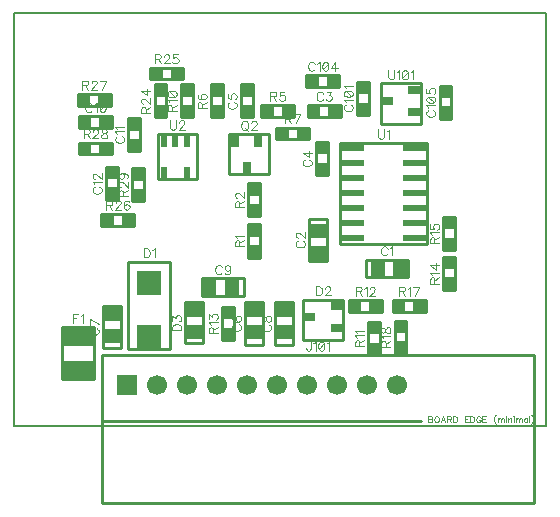
<source format=gbr>
%TF.GenerationSoftware,Novarm,DipTrace,3.0.0.2*%
%TF.CreationDate,2017-04-09T13:10:14+02:00*%
%FSLAX26Y26*%
%MOIN*%
%TF.FileFunction,Drawing,Top*%
%TF.Part,Single*%
%ADD10C,0.009843*%
%ADD11C,0.005512*%
%ADD78C,0.004632*%
%ADD79C,0.003088*%
%ADD18R,0.051181X0.059055*%
%ADD19R,0.059055X0.051181*%
%ADD20R,0.043307X0.03937*%
%ADD21R,0.03937X0.043307*%
%ADD23R,0.082677X0.082677*%
%ADD25R,0.041339X0.025591*%
%ADD26R,0.106299X0.062992*%
%TA.AperFunction,ComponentPad*%
%ADD27R,0.066929X0.066929*%
%ADD28C,0.066929*%
%ADD30R,0.025591X0.041339*%
%ADD33R,0.07874X0.023622*%
%ADD35R,0.023622X0.043307*%
G75*
G01*
%LPD*%
X1565156Y948543D2*
D10*
X1706909D1*
Y889488D1*
X1565156D1*
Y948543D1*
D18*
X1606516Y919016D3*
X1681319D3*
X1376988Y1085375D2*
D10*
X1436043D1*
Y943622D1*
X1376988D1*
Y1085375D1*
D19*
X1406516Y1044016D3*
Y969213D3*
X1372362Y1463701D2*
D10*
X1482598D1*
Y1424331D1*
X1372362D1*
Y1463701D1*
D20*
X1394016Y1444016D3*
X1460945D3*
X1399331Y1340669D2*
D10*
X1438701D1*
Y1230433D1*
X1399331D1*
Y1340669D1*
D21*
X1419016Y1319016D3*
Y1252087D3*
X1149331Y1532598D2*
D10*
X1188701D1*
Y1422362D1*
X1149331D1*
Y1532598D1*
D21*
X1169016Y1444016D3*
Y1510945D3*
X1164488Y806909D2*
D10*
X1223543D1*
Y665156D1*
X1164488D1*
Y806909D1*
D19*
X1194016Y706516D3*
Y781319D3*
X689488Y794409D2*
D10*
X748543D1*
Y652656D1*
X689488D1*
Y794409D1*
D19*
X719016Y694016D3*
Y768819D3*
X1264488Y806909D2*
D10*
X1323543D1*
Y665156D1*
X1264488D1*
Y806909D1*
D19*
X1294016Y706516D3*
Y781319D3*
X1018622Y886043D2*
D10*
X1160375D1*
Y826988D1*
X1018622D1*
Y886043D1*
D18*
X1119016Y856516D3*
X1044213D3*
X609862Y1426201D2*
D10*
X720098D1*
Y1386831D1*
X609862D1*
Y1426201D1*
D20*
X631516Y1406516D3*
X698445D3*
X774331Y1420098D2*
D10*
X813701D1*
Y1309862D1*
X774331D1*
Y1420098D1*
D21*
X794016Y1331516D3*
Y1398445D3*
X699331Y1257598D2*
D10*
X738701D1*
Y1147362D1*
X699331D1*
Y1257598D1*
D21*
X719016Y1169016D3*
Y1235945D3*
X1536831Y1540669D2*
D10*
X1576201D1*
Y1430433D1*
X1536831D1*
Y1540669D1*
D21*
X1556516Y1519016D3*
Y1452087D3*
X1367933Y1563701D2*
D10*
X1478169D1*
Y1524331D1*
X1367933D1*
Y1563701D1*
D20*
X1456516Y1544016D3*
X1389587D3*
X1811831Y1528169D2*
D10*
X1851201D1*
Y1417933D1*
X1811831D1*
Y1528169D1*
D21*
X1831516Y1506516D3*
Y1439587D3*
X774134Y941850D2*
D10*
X913898D1*
Y650512D1*
X774134D1*
Y941850D1*
D23*
X844016Y869016D3*
Y691850D3*
X1357795Y815472D2*
D10*
X1491436D1*
Y680465D1*
X1357795D1*
Y815472D1*
D25*
X1469016Y719016D3*
Y793819D3*
X1378465Y756417D3*
X964488Y806909D2*
D10*
X1023543D1*
Y669135D1*
X964488D1*
Y806909D1*
D19*
X994016Y706516D3*
Y781319D3*
X553366Y723248D2*
D10*
X659665D1*
Y550020D1*
X553366D1*
Y723248D1*
D26*
X606516Y581516D3*
Y691752D3*
X687519Y411474D2*
D10*
X1750540D1*
X687519Y631516D2*
X2125200D1*
Y136594D1*
X687519D1*
Y631516D1*
D27*
X769016Y531516D3*
D28*
X869016D3*
X969016D3*
X1069016D3*
X1169016D3*
X1269016D3*
X1369016D3*
X1469016D3*
X1569016D3*
X1669016D3*
X1110059Y1366436D2*
D10*
X1245067D1*
Y1232795D1*
X1110059D1*
Y1366436D1*
D30*
X1206516Y1344016D3*
X1131713D3*
X1169114Y1253465D3*
X1174331Y1065669D2*
D10*
X1213701D1*
Y955433D1*
X1174331D1*
Y1065669D1*
D21*
X1194016Y1044016D3*
Y977087D3*
X1174331Y1203169D2*
D10*
X1213701D1*
Y1092933D1*
X1174331D1*
Y1203169D1*
D21*
X1194016Y1181516D3*
Y1114587D3*
X1217933Y1463701D2*
D10*
X1328169D1*
Y1424331D1*
X1217933D1*
Y1463701D1*
D20*
X1306516Y1444016D3*
X1239587D3*
X1049331Y1532598D2*
D10*
X1088701D1*
Y1422362D1*
X1049331D1*
Y1532598D1*
D21*
X1069016Y1444016D3*
Y1510945D3*
X1267933Y1388701D2*
D10*
X1378169D1*
Y1349331D1*
X1267933D1*
Y1388701D1*
D20*
X1356516Y1369016D3*
X1289587D3*
X949331Y1532598D2*
D10*
X988701D1*
Y1422362D1*
X949331D1*
Y1532598D1*
D21*
X969016Y1444016D3*
Y1510945D3*
X1574331Y740669D2*
D10*
X1613701D1*
Y630433D1*
X1574331D1*
Y740669D1*
D21*
X1594016Y719016D3*
Y652087D3*
X1509862Y813701D2*
D10*
X1620098D1*
Y774331D1*
X1509862D1*
Y813701D1*
D20*
X1531516Y794016D3*
X1598445D3*
X1086831Y790669D2*
D10*
X1126201D1*
Y680433D1*
X1086831D1*
Y790669D1*
D21*
X1106516Y769016D3*
Y702087D3*
X1824331Y957598D2*
D10*
X1863701D1*
Y847362D1*
X1824331D1*
Y957598D1*
D21*
X1844016Y869016D3*
Y935945D3*
X1824331Y1090669D2*
D10*
X1863701D1*
Y980433D1*
X1824331D1*
Y1090669D1*
D21*
X1844016Y1069016D3*
Y1002087D3*
X1655433Y813701D2*
D10*
X1765669D1*
Y774331D1*
X1655433D1*
Y813701D1*
D20*
X1744016Y794016D3*
X1677087D3*
X1661831Y745098D2*
D10*
X1701201D1*
Y634862D1*
X1661831D1*
Y745098D1*
D21*
X1681516Y656516D3*
Y723445D3*
X861831Y1532598D2*
D10*
X901201D1*
Y1422362D1*
X861831D1*
Y1532598D1*
D21*
X881516Y1444016D3*
Y1510945D3*
X847362Y1588701D2*
D10*
X957598D1*
Y1549331D1*
X847362D1*
Y1588701D1*
D20*
X869016Y1569016D3*
X935945D3*
X684862Y1101201D2*
D10*
X795098D1*
Y1061831D1*
X684862D1*
Y1101201D1*
D20*
X706516Y1081516D3*
X773445D3*
X605433Y1501201D2*
D10*
X715669D1*
Y1461831D1*
X605433D1*
Y1501201D1*
D20*
X694016Y1481516D3*
X627087D3*
X609862Y1338701D2*
D10*
X720098D1*
Y1299331D1*
X609862D1*
Y1338701D1*
D20*
X631516Y1319016D3*
X698445D3*
X786831Y1253169D2*
D10*
X826201D1*
Y1142933D1*
X786831D1*
Y1253169D1*
D21*
X806516Y1231516D3*
Y1164587D3*
X1479646Y1338312D2*
D10*
X1770984D1*
Y999719D1*
X1479646D1*
Y1338312D1*
D33*
X1519016Y1319016D3*
Y1269016D3*
Y1219016D3*
Y1169016D3*
Y1119016D3*
Y1069016D3*
Y1019016D3*
X1731614D3*
Y1069016D3*
Y1119016D3*
Y1169016D3*
Y1219016D3*
Y1269016D3*
Y1319016D3*
X872559Y1368339D2*
D10*
X1003630D1*
Y1216063D1*
X872559D1*
Y1368339D1*
D35*
X969016Y1344016D3*
X931614D3*
X894213D3*
Y1237717D3*
X969016D3*
X1615472Y1535846D2*
D10*
X1749113D1*
Y1400839D1*
X1615472D1*
Y1535846D1*
D25*
X1726693Y1439390D3*
Y1514193D3*
X1636142Y1476791D3*
X1638564Y985314D2*
D78*
X1637138Y988166D1*
X1634253Y991051D1*
X1631401Y992477D1*
X1625664D1*
X1622779Y991051D1*
X1619927Y988166D1*
X1618468Y985314D1*
X1617042Y981003D1*
Y973807D1*
X1618468Y969529D1*
X1619927Y966644D1*
X1622779Y963792D1*
X1625664Y962333D1*
X1631401D1*
X1634253Y963792D1*
X1637138Y966644D1*
X1638564Y969529D1*
X1647828Y986707D2*
X1650713Y988166D1*
X1655024Y992444D1*
Y962333D1*
X1340217Y1010580D2*
X1337365Y1009154D1*
X1334480Y1006269D1*
X1333054Y1003417D1*
Y997680D1*
X1334480Y994795D1*
X1337365Y991943D1*
X1340217Y990484D1*
X1344528Y989058D1*
X1351724D1*
X1356002Y990484D1*
X1358887Y991943D1*
X1361739Y994795D1*
X1363198Y997680D1*
Y1003417D1*
X1361739Y1006269D1*
X1358887Y1009154D1*
X1356002Y1010580D1*
X1340251Y1021303D2*
X1338825D1*
X1335939Y1022729D1*
X1334514Y1024155D1*
X1333088Y1027040D1*
Y1032777D1*
X1334514Y1035628D1*
X1335939Y1037054D1*
X1338825Y1038514D1*
X1341676D1*
X1344562Y1037054D1*
X1348839Y1034202D1*
X1363198Y1019843D1*
Y1039939D1*
X1423562Y1500472D2*
X1422136Y1503324D1*
X1419250Y1506209D1*
X1416399Y1507635D1*
X1410662D1*
X1407777Y1506209D1*
X1404925Y1503324D1*
X1403466Y1500472D1*
X1402040Y1496161D1*
Y1488965D1*
X1403466Y1484687D1*
X1404925Y1481802D1*
X1407777Y1478950D1*
X1410662Y1477491D1*
X1416399D1*
X1419250Y1478950D1*
X1422136Y1481802D1*
X1423562Y1484687D1*
X1435710Y1507601D2*
X1451462D1*
X1442873Y1496128D1*
X1447184D1*
X1450036Y1494702D1*
X1451462Y1493276D1*
X1452921Y1488965D1*
Y1486113D1*
X1451462Y1481802D1*
X1448610Y1478917D1*
X1444299Y1477491D1*
X1439988D1*
X1435710Y1478917D1*
X1434284Y1480376D1*
X1432825Y1483228D1*
X1362560Y1280920D2*
X1359708Y1279494D1*
X1356823Y1276608D1*
X1355397Y1273757D1*
Y1268020D1*
X1356823Y1265135D1*
X1359708Y1262283D1*
X1362560Y1260824D1*
X1366871Y1259398D1*
X1374067D1*
X1378345Y1260824D1*
X1381230Y1262283D1*
X1384082Y1265135D1*
X1385541Y1268020D1*
Y1273757D1*
X1384082Y1276608D1*
X1381230Y1279494D1*
X1378345Y1280919D1*
X1385541Y1304542D2*
X1355430D1*
X1375493Y1290183D1*
Y1311705D1*
X1112560Y1473562D2*
X1109708Y1472136D1*
X1106823Y1469251D1*
X1105397Y1466399D1*
Y1460662D1*
X1106823Y1457777D1*
X1109708Y1454925D1*
X1112560Y1453466D1*
X1116871Y1452040D1*
X1124067D1*
X1128345Y1453466D1*
X1131230Y1454925D1*
X1134082Y1457777D1*
X1135541Y1460662D1*
Y1466399D1*
X1134082Y1469251D1*
X1131230Y1472136D1*
X1128345Y1473562D1*
X1105430Y1500036D2*
Y1485710D1*
X1118330Y1484284D1*
X1116904Y1485710D1*
X1115445Y1490021D1*
Y1494299D1*
X1116904Y1498610D1*
X1119756Y1501495D1*
X1124067Y1502921D1*
X1126919D1*
X1131230Y1501495D1*
X1134115Y1498610D1*
X1135541Y1494299D1*
Y1490021D1*
X1134115Y1485710D1*
X1132656Y1484284D1*
X1129804Y1482825D1*
X1127717Y732844D2*
X1124865Y731418D1*
X1121980Y728533D1*
X1120554Y725681D1*
Y719944D1*
X1121980Y717059D1*
X1124865Y714207D1*
X1127717Y712748D1*
X1132028Y711322D1*
X1139224D1*
X1143502Y712748D1*
X1146387Y714207D1*
X1149239Y717059D1*
X1150698Y719944D1*
Y725681D1*
X1149239Y728533D1*
X1146387Y731418D1*
X1143502Y732844D1*
X1124865Y759318D2*
X1122014Y757892D1*
X1120588Y753581D1*
Y750729D1*
X1122014Y746418D1*
X1126325Y743533D1*
X1133487Y742107D1*
X1140650D1*
X1146387Y743533D1*
X1149272Y746418D1*
X1150698Y750729D1*
Y752155D1*
X1149272Y756433D1*
X1146387Y759318D1*
X1142076Y760744D1*
X1140650D1*
X1136339Y759318D1*
X1133487Y756433D1*
X1132062Y752155D1*
Y750729D1*
X1133487Y746418D1*
X1136339Y743533D1*
X1140650Y742107D1*
X652717Y719614D2*
X649865Y718188D1*
X646980Y715303D1*
X645554Y712451D1*
Y706714D1*
X646980Y703829D1*
X649865Y700977D1*
X652717Y699518D1*
X657028Y698092D1*
X664224D1*
X668502Y699518D1*
X671387Y700977D1*
X674239Y703829D1*
X675698Y706714D1*
Y712451D1*
X674239Y715303D1*
X671387Y718188D1*
X668502Y719614D1*
X675698Y734615D2*
X645588Y748974D1*
Y728878D1*
X1227717Y732131D2*
X1224865Y730705D1*
X1221980Y727820D1*
X1220554Y724968D1*
Y719231D1*
X1221980Y716346D1*
X1224865Y713494D1*
X1227717Y712035D1*
X1232028Y710609D1*
X1239224D1*
X1243502Y712035D1*
X1246387Y713494D1*
X1249239Y716346D1*
X1250698Y719231D1*
Y724968D1*
X1249239Y727820D1*
X1246387Y730705D1*
X1243502Y732131D1*
X1220588Y748557D2*
X1222014Y744279D1*
X1224865Y742820D1*
X1227751D1*
X1230602Y744279D1*
X1232062Y747131D1*
X1233487Y752868D1*
X1234913Y757179D1*
X1237798Y760031D1*
X1240650Y761457D1*
X1244961D1*
X1247813Y760031D1*
X1249272Y758605D1*
X1250698Y754294D1*
Y748557D1*
X1249272Y744279D1*
X1247813Y742820D1*
X1244961Y741394D1*
X1240650D1*
X1237799Y742820D1*
X1234913Y745705D1*
X1233487Y749983D1*
X1232062Y755720D1*
X1230602Y758605D1*
X1227750Y760031D1*
X1224865D1*
X1222014Y758605D1*
X1220588Y754294D1*
Y748557D1*
X1086293Y922814D2*
X1084867Y925666D1*
X1081982Y928551D1*
X1079130Y929977D1*
X1073393D1*
X1070508Y928551D1*
X1067656Y925666D1*
X1066197Y922814D1*
X1064771Y918503D1*
Y911307D1*
X1066197Y907029D1*
X1067656Y904144D1*
X1070508Y901292D1*
X1073393Y899833D1*
X1079130D1*
X1081982Y901292D1*
X1084867Y904144D1*
X1086293Y907029D1*
X1114226Y919929D2*
X1112767Y915618D1*
X1109915Y912733D1*
X1105604Y911307D1*
X1104178D1*
X1099867Y912733D1*
X1097016Y915618D1*
X1095556Y919929D1*
Y921355D1*
X1097016Y925666D1*
X1099867Y928518D1*
X1104178Y929944D1*
X1105604D1*
X1109915Y928518D1*
X1112767Y925666D1*
X1114226Y919929D1*
Y912733D1*
X1112767Y905570D1*
X1109915Y901259D1*
X1105604Y899833D1*
X1102753D1*
X1098441Y901259D1*
X1097016Y904144D1*
X652832Y1462972D2*
X651406Y1465824D1*
X648521Y1468709D1*
X645669Y1470135D1*
X639932D1*
X637047Y1468709D1*
X634195Y1465824D1*
X632736Y1462972D1*
X631310Y1458661D1*
Y1451465D1*
X632736Y1447187D1*
X634195Y1444302D1*
X637047Y1441450D1*
X639932Y1439991D1*
X645669D1*
X648521Y1441450D1*
X651406Y1444302D1*
X652832Y1447187D1*
X662095Y1464364D2*
X664980Y1465824D1*
X669291Y1470101D1*
Y1439991D1*
X687177Y1470101D2*
X682866Y1468676D1*
X679981Y1464364D1*
X678555Y1457202D1*
Y1452891D1*
X679981Y1445728D1*
X682866Y1441417D1*
X687177Y1439991D1*
X690029D1*
X694340Y1441417D1*
X697192Y1445728D1*
X698651Y1452891D1*
Y1457202D1*
X697192Y1464364D1*
X694340Y1468676D1*
X690029Y1470101D1*
X687177D1*
X697192Y1464364D2*
X679981Y1445728D1*
X737560Y1359282D2*
X734708Y1357856D1*
X731823Y1354971D1*
X730397Y1352119D1*
Y1346382D1*
X731823Y1343497D1*
X734708Y1340645D1*
X737560Y1339186D1*
X741871Y1337760D1*
X749067D1*
X753345Y1339186D1*
X756230Y1340645D1*
X759082Y1343497D1*
X760541Y1346382D1*
Y1352119D1*
X759082Y1354971D1*
X756230Y1357856D1*
X753345Y1359282D1*
X736167Y1368545D2*
X734708Y1371430D1*
X730430Y1375741D1*
X760541D1*
X736167Y1385005D2*
X734708Y1387890D1*
X730430Y1392201D1*
X760541D1*
X662560Y1190332D2*
X659708Y1188906D1*
X656823Y1186021D1*
X655397Y1183169D1*
Y1177432D1*
X656823Y1174547D1*
X659708Y1171695D1*
X662560Y1170236D1*
X666871Y1168810D1*
X674067D1*
X678345Y1170236D1*
X681230Y1171695D1*
X684082Y1174547D1*
X685541Y1177432D1*
Y1183169D1*
X684082Y1186021D1*
X681230Y1188906D1*
X678345Y1190332D1*
X661167Y1199595D2*
X659708Y1202480D1*
X655430Y1206791D1*
X685541D1*
X662593Y1217514D2*
X661167D1*
X658282Y1218940D1*
X656856Y1220366D1*
X655430Y1223251D1*
Y1228988D1*
X656856Y1231840D1*
X658282Y1233266D1*
X661167Y1234725D1*
X664019D1*
X666904Y1233266D1*
X671182Y1230414D1*
X685541Y1216055D1*
Y1236151D1*
X1500060Y1465173D2*
X1497208Y1463747D1*
X1494323Y1460862D1*
X1492897Y1458010D1*
Y1452273D1*
X1494323Y1449388D1*
X1497208Y1446536D1*
X1500060Y1445077D1*
X1504371Y1443651D1*
X1511567D1*
X1515845Y1445077D1*
X1518730Y1446536D1*
X1521582Y1449388D1*
X1523041Y1452273D1*
Y1458010D1*
X1521582Y1460862D1*
X1518730Y1463747D1*
X1515845Y1465173D1*
X1498667Y1474436D2*
X1497208Y1477321D1*
X1492930Y1481632D1*
X1523041D1*
X1492930Y1499518D2*
X1494356Y1495207D1*
X1498667Y1492322D1*
X1505830Y1490896D1*
X1510141D1*
X1517304Y1492322D1*
X1521615Y1495207D1*
X1523041Y1499518D1*
Y1502370D1*
X1521615Y1506681D1*
X1517304Y1509533D1*
X1510141Y1510992D1*
X1505830D1*
X1498667Y1509533D1*
X1494356Y1506681D1*
X1492930Y1502370D1*
Y1499518D1*
X1498667Y1509533D2*
X1517304Y1492322D1*
X1498667Y1520256D2*
X1497208Y1523141D1*
X1492930Y1527452D1*
X1523041D1*
X1395510Y1600472D2*
X1394084Y1603324D1*
X1391199Y1606209D1*
X1388347Y1607635D1*
X1382610D1*
X1379725Y1606209D1*
X1376873Y1603324D1*
X1375414Y1600472D1*
X1373988Y1596161D1*
Y1588965D1*
X1375414Y1584687D1*
X1376873Y1581802D1*
X1379725Y1578950D1*
X1382610Y1577491D1*
X1388347D1*
X1391199Y1578950D1*
X1394084Y1581802D1*
X1395510Y1584687D1*
X1404773Y1601864D2*
X1407658Y1603324D1*
X1411969Y1607601D1*
Y1577491D1*
X1429855Y1607601D2*
X1425544Y1606176D1*
X1422659Y1601864D1*
X1421233Y1594702D1*
Y1590391D1*
X1422659Y1583228D1*
X1425544Y1578917D1*
X1429855Y1577491D1*
X1432707D1*
X1437018Y1578917D1*
X1439870Y1583228D1*
X1441329Y1590391D1*
Y1594702D1*
X1439870Y1601864D1*
X1437018Y1606176D1*
X1432707Y1607601D1*
X1429855D1*
X1439870Y1601864D2*
X1422659Y1583228D1*
X1464952Y1577491D2*
Y1607601D1*
X1450593Y1587539D1*
X1472115D1*
X1775060Y1446223D2*
X1772208Y1444797D1*
X1769323Y1441912D1*
X1767897Y1439060D1*
Y1433323D1*
X1769323Y1430438D1*
X1772208Y1427586D1*
X1775060Y1426127D1*
X1779371Y1424701D1*
X1786567D1*
X1790845Y1426127D1*
X1793730Y1427586D1*
X1796582Y1430438D1*
X1798041Y1433323D1*
Y1439060D1*
X1796582Y1441912D1*
X1793730Y1444797D1*
X1790845Y1446223D1*
X1773667Y1455486D2*
X1772208Y1458371D1*
X1767930Y1462683D1*
X1798041Y1462682D1*
X1767930Y1480568D2*
X1769356Y1476257D1*
X1773667Y1473372D1*
X1780830Y1471946D1*
X1785141D1*
X1792304Y1473372D1*
X1796615Y1476257D1*
X1798041Y1480568D1*
Y1483420D1*
X1796615Y1487731D1*
X1792304Y1490583D1*
X1785141Y1492042D1*
X1780830D1*
X1773667Y1490583D1*
X1769356Y1487731D1*
X1767930Y1483420D1*
Y1480568D1*
X1773667Y1490583D2*
X1792304Y1473372D1*
X1767930Y1518516D2*
Y1504191D1*
X1780830Y1502765D1*
X1779404Y1504191D1*
X1777945Y1508502D1*
Y1512779D1*
X1779404Y1517091D1*
X1782256Y1519976D1*
X1786567Y1521402D1*
X1789419D1*
X1793730Y1519976D1*
X1796615Y1517091D1*
X1798041Y1512779D1*
Y1508502D1*
X1796615Y1504191D1*
X1795156Y1502765D1*
X1792304Y1501306D1*
X825738Y985784D2*
Y955640D1*
X835786D1*
X840097Y957099D1*
X842982Y959951D1*
X844408Y962836D1*
X845834Y967114D1*
Y974310D1*
X844408Y978621D1*
X842982Y981473D1*
X840097Y984358D1*
X835786Y985784D1*
X825738D1*
X855097Y980014D2*
X857983Y981473D1*
X862294Y985751D1*
Y955640D1*
X1399888Y859406D2*
Y829262D1*
X1409936D1*
X1414247Y830721D1*
X1417132Y833573D1*
X1418558Y836458D1*
X1419984Y840736D1*
Y847932D1*
X1418558Y852243D1*
X1417132Y855095D1*
X1414247Y857980D1*
X1409936Y859406D1*
X1399888D1*
X1430706Y852210D2*
Y853636D1*
X1432132Y856521D1*
X1433558Y857947D1*
X1436443Y859373D1*
X1442180D1*
X1445032Y857947D1*
X1446458Y856521D1*
X1447917Y853636D1*
Y850784D1*
X1446458Y847899D1*
X1443606Y843621D1*
X1429247Y829262D1*
X1449343D1*
X920554Y713295D2*
X950698D1*
Y723343D1*
X949239Y727654D1*
X946387Y730539D1*
X943502Y731965D1*
X939224Y733391D1*
X932028D1*
X927717Y731965D1*
X924865Y730539D1*
X921980Y727654D1*
X920554Y723343D1*
Y713295D1*
X920588Y745539D2*
Y761291D1*
X932062Y752702D1*
Y757013D1*
X933487Y759865D1*
X934913Y761291D1*
X939224Y762750D1*
X942076D1*
X946387Y761291D1*
X949272Y758439D1*
X950698Y754128D1*
Y749817D1*
X949272Y745539D1*
X947813Y744113D1*
X944961Y742654D1*
X607621Y767182D2*
X588951D1*
Y737038D1*
Y752823D2*
X600425D1*
X616884Y761412D2*
X619770Y762871D1*
X624081Y767149D1*
Y737038D1*
X1382400Y675450D2*
Y652502D1*
X1380974Y648191D1*
X1379515Y646765D1*
X1376663Y645306D1*
X1373778D1*
X1370926Y646765D1*
X1369500Y648191D1*
X1368041Y652502D1*
Y655354D1*
X1391663Y669679D2*
X1394548Y671139D1*
X1398859Y675416D1*
Y645306D1*
X1416745Y675416D2*
X1412434Y673990D1*
X1409549Y669679D1*
X1408123Y662517D1*
Y658205D1*
X1409549Y651043D1*
X1412434Y646732D1*
X1416745Y645306D1*
X1419597D1*
X1423908Y646732D1*
X1426760Y651043D1*
X1428219Y658205D1*
Y662517D1*
X1426760Y669679D1*
X1423908Y673990D1*
X1419597Y675416D1*
X1416745D1*
X1426760Y669679D2*
X1409549Y651043D1*
X1437482Y669679D2*
X1440367Y671139D1*
X1444679Y675416D1*
Y645306D1*
X1160015Y1410370D2*
X1157163Y1408977D1*
X1154278Y1406092D1*
X1152852Y1403207D1*
X1151393Y1398896D1*
Y1391733D1*
X1152852Y1387422D1*
X1154278Y1384570D1*
X1157163Y1381685D1*
X1160015Y1380259D1*
X1165752D1*
X1168637Y1381685D1*
X1171489Y1384570D1*
X1172915Y1387422D1*
X1174374Y1391733D1*
Y1398896D1*
X1172915Y1403207D1*
X1171489Y1406092D1*
X1168637Y1408977D1*
X1165752Y1410370D1*
X1160015D1*
X1164326Y1385996D2*
X1172915Y1377374D1*
X1185096Y1403173D2*
Y1404599D1*
X1186522Y1407484D1*
X1187948Y1408910D1*
X1190833Y1410336D1*
X1196570D1*
X1199422Y1408910D1*
X1200848Y1407484D1*
X1202307Y1404599D1*
Y1401747D1*
X1200848Y1398862D1*
X1197996Y1394585D1*
X1183637Y1380226D1*
X1203733D1*
X1144756Y992273D2*
Y1005173D1*
X1143297Y1009484D1*
X1141871Y1010944D1*
X1139019Y1012369D1*
X1136134D1*
X1133282Y1010944D1*
X1131823Y1009484D1*
X1130397Y1005173D1*
Y992273D1*
X1160541D1*
X1144756Y1002321D2*
X1160541Y1012369D1*
X1136167Y1021633D2*
X1134708Y1024518D1*
X1130430Y1028829D1*
X1160541D1*
X1144756Y1123324D2*
Y1136223D1*
X1143297Y1140534D1*
X1141871Y1141994D1*
X1139019Y1143420D1*
X1136134D1*
X1133282Y1141994D1*
X1131823Y1140534D1*
X1130397Y1136223D1*
Y1123324D1*
X1160541D1*
X1144756Y1133372D2*
X1160541Y1143419D1*
X1137593Y1154142D2*
X1136167D1*
X1133282Y1155568D1*
X1131856Y1156994D1*
X1130430Y1159879D1*
Y1165616D1*
X1131856Y1168468D1*
X1133282Y1169894D1*
X1136167Y1171353D1*
X1139019D1*
X1141904Y1169894D1*
X1146182Y1167042D1*
X1160541Y1152683D1*
Y1172779D1*
X1248323Y1493276D2*
X1261223D1*
X1265534Y1494735D1*
X1266993Y1496161D1*
X1268419Y1499013D1*
Y1501898D1*
X1266993Y1504750D1*
X1265534Y1506209D1*
X1261223Y1507635D1*
X1248323D1*
Y1477491D1*
X1258371Y1493276D2*
X1268419Y1477491D1*
X1294894Y1507601D2*
X1280568D1*
X1279142Y1494702D1*
X1280568Y1496128D1*
X1284879Y1497587D1*
X1289157D1*
X1293468Y1496128D1*
X1296353Y1493276D1*
X1297779Y1488965D1*
Y1486113D1*
X1296353Y1481802D1*
X1293468Y1478917D1*
X1289157Y1477491D1*
X1284879D1*
X1280568Y1478917D1*
X1279142Y1480376D1*
X1277683Y1483228D1*
X1019756Y1453482D2*
Y1466382D1*
X1018297Y1470693D1*
X1016871Y1472152D1*
X1014019Y1473578D1*
X1011134D1*
X1008282Y1472152D1*
X1006823Y1470693D1*
X1005397Y1466382D1*
Y1453482D1*
X1035541D1*
X1019756Y1463530D2*
X1035541Y1473578D1*
X1009708Y1500053D2*
X1006856Y1498627D1*
X1005430Y1494316D1*
Y1491464D1*
X1006856Y1487153D1*
X1011167Y1484268D1*
X1018330Y1482842D1*
X1025493D1*
X1031230Y1484268D1*
X1034115Y1487153D1*
X1035541Y1491464D1*
Y1492890D1*
X1034115Y1497168D1*
X1031230Y1500053D1*
X1026919Y1501479D1*
X1025493D1*
X1021182Y1500053D1*
X1018330Y1497168D1*
X1016904Y1492890D1*
Y1491464D1*
X1018330Y1487153D1*
X1021182Y1484268D1*
X1025493Y1482842D1*
X1298323Y1418276D2*
X1311223D1*
X1315534Y1419735D1*
X1316993Y1421161D1*
X1318419Y1424013D1*
Y1426898D1*
X1316993Y1429750D1*
X1315534Y1431209D1*
X1311223Y1432635D1*
X1298323D1*
Y1402491D1*
X1308371Y1418276D2*
X1318419Y1402491D1*
X1333420D2*
X1347779Y1432601D1*
X1327683D1*
X919756Y1444523D2*
Y1457423D1*
X918297Y1461734D1*
X916871Y1463193D1*
X914019Y1464619D1*
X911134D1*
X908282Y1463193D1*
X906823Y1461734D1*
X905397Y1457423D1*
Y1444523D1*
X935541D1*
X919756Y1454571D2*
X935541Y1464619D1*
X911167Y1473882D2*
X909708Y1476767D1*
X905430Y1481078D1*
X935541D1*
X905430Y1498964D2*
X906856Y1494653D1*
X911167Y1491768D1*
X918330Y1490342D1*
X922641D1*
X929804Y1491768D1*
X934115Y1494653D1*
X935541Y1498964D1*
Y1501816D1*
X934115Y1506127D1*
X929804Y1508979D1*
X922641Y1510438D1*
X918330D1*
X911167Y1508979D1*
X906856Y1506127D1*
X905430Y1501816D1*
Y1498964D1*
X911167Y1508979D2*
X929804Y1491768D1*
X1544756Y659044D2*
Y671944D1*
X1543297Y676255D1*
X1541871Y677714D1*
X1539019Y679140D1*
X1536134D1*
X1533282Y677714D1*
X1531823Y676255D1*
X1530397Y671944D1*
Y659044D1*
X1560541D1*
X1544756Y669092D2*
X1560541Y679140D1*
X1536167Y688403D2*
X1534708Y691288D1*
X1530430Y695599D1*
X1560541D1*
X1536167Y704863D2*
X1534708Y707748D1*
X1530430Y712059D1*
X1560541D1*
X1532023Y843276D2*
X1544923D1*
X1549234Y844735D1*
X1550693Y846161D1*
X1552119Y849013D1*
Y851898D1*
X1550693Y854750D1*
X1549234Y856209D1*
X1544923Y857635D1*
X1532023D1*
Y827491D1*
X1542071Y843276D2*
X1552119Y827491D1*
X1561382Y851864D2*
X1564267Y853324D1*
X1568578Y857601D1*
Y827491D1*
X1579301Y850439D2*
Y851864D1*
X1580727Y854750D1*
X1582153Y856176D1*
X1585038Y857601D1*
X1590775D1*
X1593627Y856176D1*
X1595053Y854750D1*
X1596512Y851864D1*
Y849013D1*
X1595053Y846128D1*
X1592201Y841850D1*
X1577842Y827491D1*
X1597938D1*
X1057256Y702594D2*
Y715494D1*
X1055797Y719805D1*
X1054371Y721264D1*
X1051519Y722690D1*
X1048634D1*
X1045782Y721264D1*
X1044323Y719805D1*
X1042897Y715494D1*
Y702594D1*
X1073041D1*
X1057256Y712642D2*
X1073041Y722690D1*
X1048667Y731953D2*
X1047208Y734838D1*
X1042930Y739149D1*
X1073041D1*
X1042930Y751298D2*
Y767050D1*
X1054404Y758461D1*
Y762772D1*
X1055830Y765624D1*
X1057256Y767050D1*
X1061567Y768509D1*
X1064419D1*
X1068730Y767050D1*
X1071615Y764198D1*
X1073041Y759887D1*
Y755576D1*
X1071615Y751298D1*
X1070156Y749872D1*
X1067304Y748413D1*
X1794756Y868810D2*
Y881710D1*
X1793297Y886021D1*
X1791871Y887480D1*
X1789019Y888906D1*
X1786134D1*
X1783282Y887480D1*
X1781823Y886021D1*
X1780397Y881710D1*
Y868810D1*
X1810541D1*
X1794756Y878858D2*
X1810541Y888906D1*
X1786167Y898169D2*
X1784708Y901054D1*
X1780430Y905365D1*
X1810541D1*
Y928988D2*
X1780430D1*
X1800493Y914629D1*
Y936151D1*
X1794756Y1002594D2*
Y1015494D1*
X1793297Y1019805D1*
X1791871Y1021264D1*
X1789019Y1022690D1*
X1786134D1*
X1783282Y1021264D1*
X1781823Y1019805D1*
X1780397Y1015494D1*
Y1002594D1*
X1810541D1*
X1794756Y1012642D2*
X1810541Y1022690D1*
X1786167Y1031953D2*
X1784708Y1034838D1*
X1780430Y1039149D1*
X1810541D1*
X1780430Y1065624D2*
Y1051298D1*
X1793330Y1049872D1*
X1791904Y1051298D1*
X1790445Y1055609D1*
Y1059887D1*
X1791904Y1064198D1*
X1794756Y1067083D1*
X1799067Y1068509D1*
X1801919D1*
X1806230Y1067083D1*
X1809115Y1064198D1*
X1810541Y1059887D1*
Y1055609D1*
X1809115Y1051298D1*
X1807656Y1049872D1*
X1804804Y1048413D1*
X1677594Y843276D2*
X1690493D1*
X1694805Y844735D1*
X1696264Y846161D1*
X1697690Y849013D1*
Y851898D1*
X1696264Y854750D1*
X1694805Y856209D1*
X1690493Y857635D1*
X1677594D1*
Y827491D1*
X1687642Y843276D2*
X1697690Y827491D1*
X1706953Y851864D2*
X1709838Y853324D1*
X1714149Y857601D1*
Y827491D1*
X1729150D2*
X1743509Y857601D1*
X1723413D1*
X1632256Y657039D2*
Y669939D1*
X1630797Y674250D1*
X1629371Y675709D1*
X1626519Y677135D1*
X1623634D1*
X1620782Y675709D1*
X1619323Y674250D1*
X1617897Y669939D1*
Y657039D1*
X1648041D1*
X1632256Y667087D2*
X1648041Y677135D1*
X1623667Y686399D2*
X1622208Y689284D1*
X1617930Y693595D1*
X1648041D1*
X1617930Y710021D2*
X1619356Y705744D1*
X1622208Y704284D1*
X1625093D1*
X1627945Y705744D1*
X1629404Y708596D1*
X1630830Y714332D1*
X1632256Y718643D1*
X1635141Y721495D1*
X1637993Y722921D1*
X1642304D1*
X1645156Y721495D1*
X1646615Y720069D1*
X1648041Y715758D1*
Y710021D1*
X1646615Y705744D1*
X1645156Y704284D1*
X1642304Y702859D1*
X1637993D1*
X1635141Y704284D1*
X1632256Y707170D1*
X1630830Y711447D1*
X1629404Y717184D1*
X1627945Y720069D1*
X1625093Y721495D1*
X1622208D1*
X1619356Y720069D1*
X1617930Y715758D1*
Y710021D1*
X832256Y1437360D2*
Y1450260D1*
X830797Y1454571D1*
X829371Y1456030D1*
X826519Y1457456D1*
X823634D1*
X820782Y1456030D1*
X819323Y1454571D1*
X817897Y1450260D1*
Y1437360D1*
X848041D1*
X832256Y1447408D2*
X848041Y1457456D1*
X825093Y1468179D2*
X823667D1*
X820782Y1469604D1*
X819356Y1471030D1*
X817930Y1473916D1*
Y1479652D1*
X819356Y1482504D1*
X820782Y1483930D1*
X823667Y1485389D1*
X826519D1*
X829404Y1483930D1*
X833682Y1481078D1*
X848041Y1466719D1*
Y1486815D1*
Y1510438D2*
X817930D1*
X837993Y1496079D1*
Y1517601D1*
X863073Y1618276D2*
X875973D1*
X880284Y1619735D1*
X881743Y1621161D1*
X883169Y1624013D1*
Y1626898D1*
X881743Y1629750D1*
X880284Y1631209D1*
X875973Y1632635D1*
X863073D1*
Y1602491D1*
X873121Y1618276D2*
X883169Y1602491D1*
X893891Y1625439D2*
Y1626864D1*
X895317Y1629750D1*
X896743Y1631176D1*
X899628Y1632601D1*
X905365D1*
X908217Y1631176D1*
X909643Y1629750D1*
X911102Y1626864D1*
Y1624013D1*
X909643Y1621128D1*
X906791Y1616850D1*
X892432Y1602491D1*
X912528D1*
X939003Y1632601D2*
X924677D1*
X923251Y1619702D1*
X924677Y1621128D1*
X928988Y1622587D1*
X933266D1*
X937577Y1621128D1*
X940462Y1618276D1*
X941888Y1613965D1*
Y1611113D1*
X940462Y1606802D1*
X937577Y1603917D1*
X933266Y1602491D1*
X928988D1*
X924677Y1603917D1*
X923251Y1605376D1*
X921792Y1608228D1*
X701302Y1130776D2*
X714202D1*
X718513Y1132235D1*
X719972Y1133661D1*
X721398Y1136513D1*
Y1139398D1*
X719972Y1142250D1*
X718513Y1143709D1*
X714202Y1145135D1*
X701302D1*
Y1114991D1*
X711350Y1130776D2*
X721398Y1114991D1*
X732121Y1137939D2*
Y1139364D1*
X733547Y1142250D1*
X734973Y1143676D1*
X737858Y1145101D1*
X743595D1*
X746447Y1143676D1*
X747873Y1142250D1*
X749332Y1139364D1*
Y1136513D1*
X747873Y1133628D1*
X745021Y1129350D1*
X730662Y1114991D1*
X750758D1*
X777232Y1140824D2*
X775806Y1143676D1*
X771495Y1145101D1*
X768643D1*
X764332Y1143676D1*
X761447Y1139364D1*
X760021Y1132202D1*
Y1125039D1*
X761447Y1119302D1*
X764332Y1116417D1*
X768643Y1114991D1*
X770069D1*
X774347Y1116417D1*
X777232Y1119302D1*
X778658Y1123613D1*
Y1125039D1*
X777232Y1129350D1*
X774347Y1132202D1*
X770069Y1133628D1*
X768643D1*
X764332Y1132202D1*
X761447Y1129350D1*
X760021Y1125039D1*
X621144Y1530776D2*
X634044D1*
X638355Y1532235D1*
X639814Y1533661D1*
X641240Y1536513D1*
Y1539398D1*
X639814Y1542250D1*
X638355Y1543709D1*
X634044Y1545135D1*
X621144D1*
Y1514991D1*
X631192Y1530776D2*
X641240Y1514991D1*
X651962Y1537939D2*
Y1539364D1*
X653388Y1542250D1*
X654814Y1543676D1*
X657699Y1545101D1*
X663436D1*
X666288Y1543676D1*
X667714Y1542250D1*
X669173Y1539364D1*
Y1536513D1*
X667714Y1533628D1*
X664862Y1529350D1*
X650503Y1514991D1*
X670599D1*
X685600D2*
X699959Y1545101D1*
X679863D1*
X625589Y1368276D2*
X638489D1*
X642800Y1369735D1*
X644259Y1371161D1*
X645685Y1374013D1*
Y1376898D1*
X644259Y1379750D1*
X642800Y1381209D1*
X638489Y1382635D1*
X625589D1*
Y1352491D1*
X635637Y1368276D2*
X645685Y1352491D1*
X656408Y1375439D2*
Y1376864D1*
X657834Y1379750D1*
X659260Y1381176D1*
X662145Y1382601D1*
X667882D1*
X670734Y1381176D1*
X672160Y1379750D1*
X673619Y1376864D1*
Y1374013D1*
X672160Y1371128D1*
X669308Y1366850D1*
X654949Y1352491D1*
X675045D1*
X691471Y1382601D2*
X687194Y1381176D1*
X685734Y1378324D1*
Y1375439D1*
X687194Y1372587D1*
X690045Y1371128D1*
X695782Y1369702D1*
X700093Y1368276D1*
X702945Y1365391D1*
X704371Y1362539D1*
Y1358228D1*
X702945Y1355376D1*
X701519Y1353917D1*
X697208Y1352491D1*
X691471D1*
X687194Y1353917D1*
X685734Y1355376D1*
X684308Y1358228D1*
Y1362539D1*
X685734Y1365391D1*
X688619Y1368276D1*
X692897Y1369702D1*
X698634Y1371128D1*
X701519Y1372587D1*
X702945Y1375439D1*
Y1378324D1*
X701519Y1381176D1*
X697208Y1382601D1*
X691471D1*
X757256Y1159357D2*
Y1172257D1*
X755797Y1176568D1*
X754371Y1178027D1*
X751519Y1179453D1*
X748634D1*
X745782Y1178027D1*
X744323Y1176568D1*
X742897Y1172257D1*
Y1159357D1*
X773041D1*
X757256Y1169405D2*
X773041Y1179453D1*
X750093Y1190175D2*
X748667D1*
X745782Y1191601D1*
X744356Y1193027D1*
X742930Y1195912D1*
Y1201649D1*
X744356Y1204501D1*
X745782Y1205927D1*
X748667Y1207386D1*
X751519D1*
X754404Y1205927D1*
X758682Y1203075D1*
X773041Y1188716D1*
Y1208812D1*
X752945Y1236746D2*
X757256Y1235287D1*
X760141Y1232435D1*
X761567Y1228124D1*
Y1226698D1*
X760141Y1222387D1*
X757256Y1219535D1*
X752945Y1218076D1*
X751519D1*
X747208Y1219535D1*
X744356Y1222387D1*
X742930Y1226698D1*
Y1228124D1*
X744356Y1232435D1*
X747208Y1235287D1*
X752945Y1236746D1*
X760141D1*
X767304Y1235287D1*
X771615Y1232435D1*
X773041Y1228124D1*
Y1225272D1*
X771615Y1220961D1*
X768730Y1219535D1*
X1607037Y1382246D2*
Y1360724D1*
X1608463Y1356413D1*
X1611348Y1353561D1*
X1615659Y1352102D1*
X1618511D1*
X1622822Y1353561D1*
X1625707Y1356413D1*
X1627133Y1360724D1*
Y1382246D1*
X1636397Y1376476D2*
X1639282Y1377935D1*
X1643593Y1382213D1*
Y1352102D1*
X913367Y1412272D2*
Y1390750D1*
X914793Y1386439D1*
X917678Y1383588D1*
X921989Y1382128D1*
X924841D1*
X929152Y1383588D1*
X932037Y1386439D1*
X933463Y1390750D1*
Y1412272D1*
X944185Y1405076D2*
Y1406502D1*
X945611Y1409387D1*
X947037Y1410813D1*
X949922Y1412239D1*
X955659D1*
X958511Y1410813D1*
X959937Y1409387D1*
X961396Y1406502D1*
Y1403650D1*
X959937Y1400765D1*
X957085Y1396487D1*
X942726Y1382128D1*
X962822D1*
X1641105Y1579780D2*
Y1558258D1*
X1642531Y1553947D1*
X1645416Y1551095D1*
X1649727Y1549636D1*
X1652579D1*
X1656890Y1551095D1*
X1659775Y1553947D1*
X1661201Y1558258D1*
Y1579780D1*
X1670465Y1574010D2*
X1673350Y1575469D1*
X1677661Y1579747D1*
Y1549636D1*
X1695546Y1579747D2*
X1691235Y1578321D1*
X1688350Y1574010D1*
X1686924Y1566847D1*
Y1562536D1*
X1688350Y1555373D1*
X1691235Y1551062D1*
X1695546Y1549636D1*
X1698398D1*
X1702709Y1551062D1*
X1705561Y1555373D1*
X1707020Y1562536D1*
Y1566847D1*
X1705561Y1574010D1*
X1702709Y1578321D1*
X1698398Y1579747D1*
X1695546D1*
X1705561Y1574010D2*
X1688350Y1555373D1*
X1716284Y1574010D2*
X1719169Y1575469D1*
X1723480Y1579747D1*
Y1549636D1*
X1774943Y426318D2*
D79*
Y406222D1*
X1783566D1*
X1786440Y407195D1*
X1787390Y408146D1*
X1788341Y410047D1*
Y412921D1*
X1787390Y414844D1*
X1786440Y415795D1*
X1783566Y416746D1*
X1786440Y417718D1*
X1787390Y418669D1*
X1788341Y420570D1*
Y422494D1*
X1787390Y424395D1*
X1786440Y425368D1*
X1783566Y426318D1*
X1774943D1*
Y416746D2*
X1783566D1*
X1800265Y426318D2*
X1798341Y425368D1*
X1796440Y423444D1*
X1795467Y421543D1*
X1794517Y418669D1*
Y413872D1*
X1795467Y411020D1*
X1796440Y409096D1*
X1798341Y407195D1*
X1800265Y406222D1*
X1804089D1*
X1805990Y407195D1*
X1807914Y409096D1*
X1808864Y411020D1*
X1809815Y413872D1*
Y418669D1*
X1808864Y421543D1*
X1807914Y423444D1*
X1805990Y425368D1*
X1804089Y426318D1*
X1800265D1*
X1831312Y406222D2*
X1823640Y426318D1*
X1815991Y406222D1*
X1818865Y412921D2*
X1828438D1*
X1837487Y416746D2*
X1846087D1*
X1848961Y417718D1*
X1849934Y418669D1*
X1850885Y420570D1*
Y422494D1*
X1849934Y424395D1*
X1848961Y425368D1*
X1846087Y426318D1*
X1837487D1*
Y406222D1*
X1844186Y416746D2*
X1850885Y406222D1*
X1857060Y426318D2*
Y406222D1*
X1863759D1*
X1866633Y407195D1*
X1868556Y409096D1*
X1869507Y411020D1*
X1870458Y413872D1*
Y418669D1*
X1869507Y421543D1*
X1868556Y423444D1*
X1866633Y425368D1*
X1863759Y426318D1*
X1857060D1*
X1908498D2*
X1896074D1*
Y406222D1*
X1908498D1*
X1896074Y416746D2*
X1903723D1*
X1914674Y426318D2*
Y406222D1*
X1921373D1*
X1924247Y407195D1*
X1926170Y409096D1*
X1927121Y411020D1*
X1928071Y413872D1*
Y418669D1*
X1927121Y421543D1*
X1926170Y423444D1*
X1924247Y425368D1*
X1921373Y426318D1*
X1914674D1*
X1948595Y421543D2*
X1947644Y423444D1*
X1945721Y425368D1*
X1943820Y426318D1*
X1939995D1*
X1938072Y425368D1*
X1936170Y423444D1*
X1935198Y421543D1*
X1934247Y418669D1*
Y413872D1*
X1935198Y411020D1*
X1936170Y409096D1*
X1938072Y407195D1*
X1939995Y406222D1*
X1943820D1*
X1945721Y407195D1*
X1947644Y409096D1*
X1948595Y411020D1*
Y413872D1*
X1943820D1*
X1967195Y426318D2*
X1954771D1*
Y406222D1*
X1967195D1*
X1954771Y416746D2*
X1962420D1*
X1999510Y431558D2*
X1997587Y429657D1*
X1995685Y426783D1*
X1993762Y422958D1*
X1992811Y418161D1*
Y414336D1*
X1993762Y409561D1*
X1995685Y405736D1*
X1997587Y402862D1*
X1999510Y400961D1*
X2005686Y419620D2*
Y406222D1*
Y415795D2*
X2008560Y418669D1*
X2010483Y419620D1*
X2013335D1*
X2015258Y418669D1*
X2016209Y415795D1*
Y406222D1*
Y415795D2*
X2019083Y418669D1*
X2021006Y419620D1*
X2023858D1*
X2025782Y418669D1*
X2026754Y415795D1*
Y406222D1*
X2032930Y426318D2*
X2033881Y425368D1*
X2034854Y426318D1*
X2033881Y427291D1*
X2032930Y426318D1*
X2033881Y419620D2*
Y406222D1*
X2041029Y419620D2*
Y406222D1*
Y415795D2*
X2043903Y418669D1*
X2045827Y419620D1*
X2048679D1*
X2050602Y418669D1*
X2051553Y415795D1*
Y406222D1*
X2057728Y426318D2*
X2058679Y425368D1*
X2059652Y426318D1*
X2058679Y427291D1*
X2057728Y426318D1*
X2058679Y419620D2*
Y406222D1*
X2065827Y419620D2*
Y406222D1*
Y415795D2*
X2068701Y418669D1*
X2070625Y419620D1*
X2073477D1*
X2075400Y418669D1*
X2076351Y415795D1*
Y406222D1*
Y415795D2*
X2079225Y418669D1*
X2081148Y419620D1*
X2084000D1*
X2085923Y418669D1*
X2086896Y415795D1*
Y406222D1*
X2104546Y419620D2*
Y406222D1*
Y416746D2*
X2102644Y418669D1*
X2100721Y419620D1*
X2097869D1*
X2095946Y418669D1*
X2094045Y416746D1*
X2093072Y413872D1*
Y411970D1*
X2094045Y409096D1*
X2095946Y407195D1*
X2097869Y406222D1*
X2100721D1*
X2102644Y407195D1*
X2104546Y409096D1*
X2110721Y426318D2*
Y406222D1*
X2116897Y431558D2*
X2118821Y429657D1*
X2120722Y426783D1*
X2122645Y422958D1*
X2123596Y418161D1*
Y414336D1*
X2122645Y409561D1*
X2120722Y405736D1*
X2118821Y402862D1*
X2116897Y400961D1*
X394016Y394016D2*
D11*
X2165669D1*
Y1771969D1*
X394016D1*
Y394016D1*
M02*

</source>
